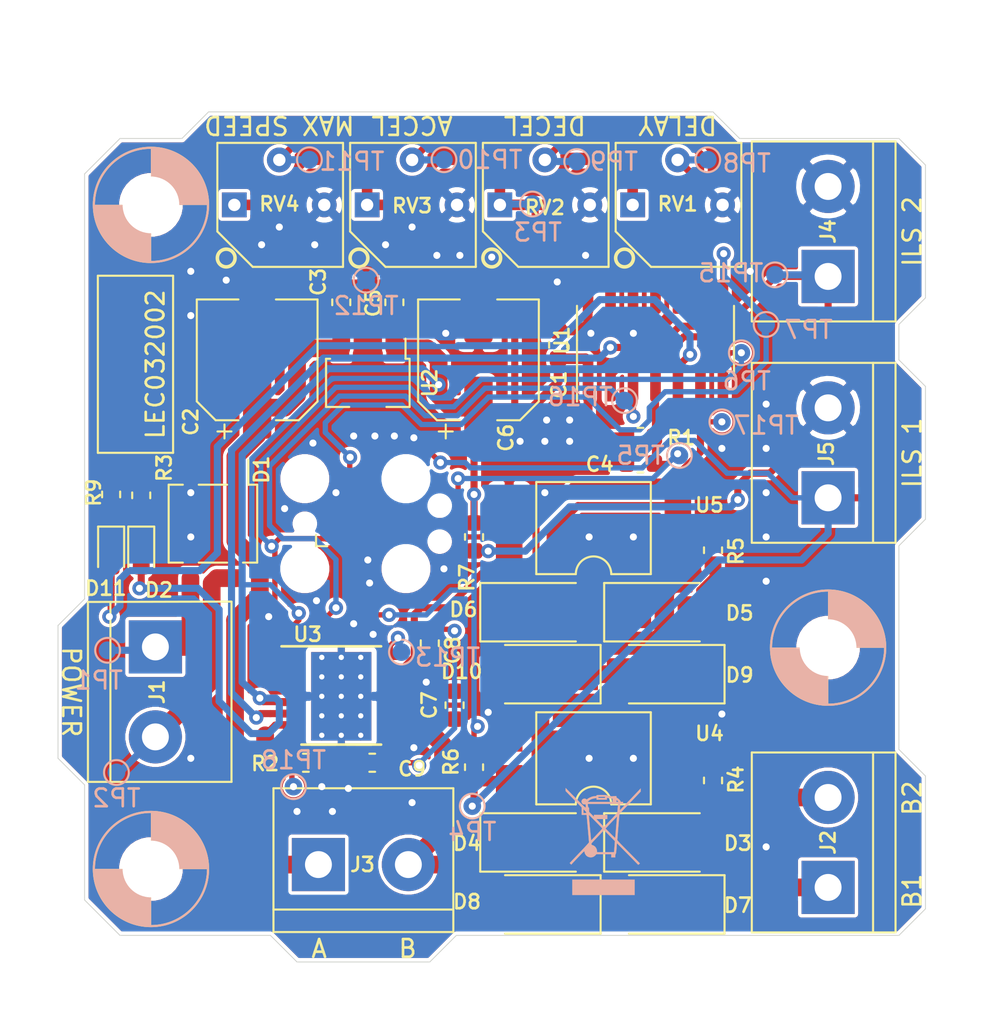
<source format=kicad_pcb>
(kicad_pcb (version 20211014) (generator pcbnew)
  (layers (0 "F.Cu" signal) (31 "B.Cu" signal) (34 "B.Paste" user) (35 "F.Paste" user) (36 "B.SilkS" user "B.Silkscreen") (37 "F.SilkS" user "F.Silkscreen") (38 "B.Mask" user) (39 "F.Mask" user) (44 "Edge.Cuts" user))
  (net 0 "")
  (net 1 "GND")
  (net 2 "+5V")
  (net 3 "Vdrive")
  (net 4 "/RESET")
  (net 5 "Net-(C7-Pad2)")
  (net 6 "Net-(C7-Pad1)")
  (net 7 "Net-(C8-Pad2)")
  (net 8 "Net-(D1-Pad4)")
  (net 9 "Net-(D1-Pad3)")
  (net 10 "Net-(D2-Pad1)")
  (net 11 "/TRACK_B_END1")
  (net 12 "Net-(D3-Pad1)")
  (net 13 "/TRACK_B")
  (net 14 "/TRACK_B_END2")
  (net 15 "Net-(D5-Pad1)")
  (net 16 "Net-(D7-Pad2)")
  (net 17 "Net-(D10-Pad1)")
  (net 18 "/TRACK_A")
  (net 19 "/ILS1-SCK")
  (net 20 "Net-(PROG1-Pad6)")
  (net 21 "Net-(PROG1-Pad4)")
  (net 22 "Net-(R2-Pad1)")
  (net 23 "Net-(R4-Pad2)")
  (net 24 "Net-(R5-Pad2)")
  (net 25 "/DELAY")
  (net 26 "/DECEL")
  (net 27 "/ACCEL")
  (net 28 "/MAX_SPEED")
  (net 29 "/MOTOR_CURRENT")
  (net 30 "/MOTOR_FAULT")
  (net 31 "Net-(TP13-Pad1)")
  (net 32 "/LED")
  (net 33 "Net-(D11-Pad1)")
  (net 34 "/ILS2")
  (net 35 "/MISO-M_EN")
  (net 36 "/MOSI-DIR")
  (footprint "Capacitor_SMD:C_0603_1608Metric" (layer "F.Cu") (at 185.75 86.65 90)
    (fp_text reference "C1")
    (fp_text value "100nF")
  )
  (footprint "Capacitor_SMD:CP_Elec_6.3x7.7" (layer "F.Cu") (at 168.75 87.5 90)
    (fp_text reference "C2")
    (fp_text value "100uF")
  )
  (footprint "Capacitor_SMD:C_0603_1608Metric" (layer "F.Cu") (at 173.5 84.25 90)
    (fp_text reference "C3")
    (fp_text value "100nF")
  )
  (footprint "Capacitor_SMD:C_0603_1608Metric" (layer "F.Cu") (at 190.4 93.35 180)
    (fp_text reference "C4")
    (fp_text value "DNP")
  )
  (footprint "Capacitor_SMD:C_0603_1608Metric" (layer "F.Cu") (at 176.5 84.25 90)
    (fp_text reference "C5")
    (fp_text value "100nF")
  )
  (footprint "Capacitor_SMD:CP_Elec_6.3x7.7" (layer "F.Cu") (at 181.25 87.5 90)
    (fp_text reference "C6")
    (fp_text value "100uF")
  )
  (footprint "Capacitor_SMD:C_0603_1608Metric" (layer "F.Cu") (at 179.9 107 90)
    (fp_text reference "C7")
    (fp_text value "100nF")
  )
  (footprint "Capacitor_SMD:C_0603_1608Metric" (layer "F.Cu") (at 178.5 103.5 -90)
    (fp_text reference "C8")
    (fp_text value "100nF")
  )
  (footprint "Capacitor_SMD:C_0603_1608Metric" (layer "F.Cu") (at 175.25 110.25 180)
    (fp_text reference "C9")
    (fp_text value "100nF")
  )
  (footprint "Package_TO_SOT_SMD:TO-269AA" (layer "F.Cu") (at 166.25 96.75 -90)
    (fp_text reference "D1")
    (fp_text value "MB10S")
  )
  (footprint "LED_SMD:LED_0603_1608Metric" (layer "F.Cu") (at 160.5 98.4 -90)
    (fp_text reference "D11")
    (fp_text value "LED_red")
  )
  (footprint "Diode_SMD:D_SMA" (layer "F.Cu") (at 191.75 114.75)
    (fp_text reference "D3")
    (fp_text value "M7")
  )
  (footprint "Diode_SMD:D_SMA" (layer "F.Cu") (at 184.75 114.75)
    (fp_text reference "D4")
    (fp_text value "M7")
  )
  (footprint "Diode_SMD:D_SMA" (layer "F.Cu") (at 191.75 101.75)
    (fp_text reference "D5")
    (fp_text value "M7")
  )
  (footprint "Diode_SMD:D_SMA" (layer "F.Cu") (at 184.75 101.75)
    (fp_text reference "D6")
    (fp_text value "M7")
  )
  (footprint "Diode_SMD:D_SMA" (layer "F.Cu") (at 191.75 118.25 180)
    (fp_text reference "D7")
    (fp_text value "M7")
  )
  (footprint "Diode_SMD:D_SMA" (layer "F.Cu") (at 184.75 118.25 180)
    (fp_text reference "D8")
    (fp_text value "M7")
  )
  (footprint "Diode_SMD:D_SMA" (layer "F.Cu") (at 191.75 105.25 180)
    (fp_text reference "D9")
    (fp_text value "M7")
  )
  (footprint "Diode_SMD:D_SMA" (layer "F.Cu") (at 184.75 105.25 180)
    (fp_text reference "D10")
    (fp_text value "M7")
  )
  (footprint "0_connectors:TerminalBlock_bornier-2_P5.08mm-green" (layer "F.Cu") (at 163 106.25 -90)
    (fp_text reference "J1")
    (fp_text value "Screw_Terminal_01x02_green")
  )
  (footprint "0_connectors:TerminalBlock_bornier-2_P5.08mm-blue" (layer "F.Cu") (at 201 114.75 90)
    (fp_text reference "J2")
    (fp_text value "Screw_Terminal_01x02_blue")
  )
  (footprint "0_connectors:TerminalBlock_bornier-2_P5.08mm-blue" (layer "F.Cu") (at 174.75 116)
    (fp_text reference "J3")
    (fp_text value "Screw_Terminal_01x02_blue")
  )
  (footprint "0_connectors:TerminalBlock_bornier-2_P5.08mm-blue" (layer "F.Cu") (at 201 80.25 90)
    (fp_text reference "J4")
    (fp_text value "Screw_Terminal_01x02_blue")
  )
  (footprint "0_connectors:TerminalBlock_bornier-2_P5.08mm-blue" (layer "F.Cu") (at 201 92.75 90)
    (fp_text reference "J5")
    (fp_text value "Screw_Terminal_01x02_blue")
  )
  (footprint "0_logos:Logo_10mm" (layer "F.Cu") (at 161 87.75 90)
    (fp_text reference "LOGO1" hide)
    (fp_text value "logo_lectix_25mm" hide)
  )
  (footprint "Connector:Tag-Connect_TC2050-IDC-FP_2x05_P1.27mm_Vertical" (layer "F.Cu") (at 175.25 96.75)
    (fp_text reference "PROG1" hide)
    (fp_text value "LECTIX_PROG_PORT")
  )
  (footprint "Resistor_SMD:R_0603_1608Metric" (layer "F.Cu") (at 190.4 91.85)
    (fp_text reference "R1")
    (fp_text value "10k")
  )
  (footprint "Resistor_SMD:R_0603_1608Metric" (layer "F.Cu") (at 171.5 110.25)
    (fp_text reference "R2")
    (fp_text value "10k")
  )
  (footprint "Resistor_SMD:R_0603_1608Metric" (layer "F.Cu") (at 162.2 95.15 90)
    (fp_text reference "R3")
    (fp_text value "10k")
  )
  (footprint "Resistor_SMD:R_0603_1608Metric" (layer "F.Cu") (at 194.5 111.25 90)
    (fp_text reference "R4")
    (fp_text value "27R")
  )
  (footprint "Resistor_SMD:R_0603_1608Metric" (layer "F.Cu") (at 194.5 98.25 90)
    (fp_text reference "R5")
    (fp_text value "27R")
  )
  (footprint "Resistor_SMD:R_0603_1608Metric" (layer "F.Cu") (at 181 110.5 -90)
    (fp_text reference "R6")
    (fp_text value "100k")
  )
  (footprint "Resistor_SMD:R_0603_1608Metric" (layer "F.Cu") (at 181 97.5 -90)
    (fp_text reference "R7")
    (fp_text value "100k")
  )
  (footprint "0_potentiometers:BOURNS-3362P_pot" (layer "F.Cu") (at 192.5 78.75)
    (fp_text reference "RV1")
    (fp_text value "pot_smd_100k_3362P")
  )
  (footprint "0_potentiometers:BOURNS-3362P_pot" (layer "F.Cu") (at 185 78.75)
    (fp_text reference "RV2")
    (fp_text value "pot_smd_100k_3362P")
  )
  (footprint "0_potentiometers:BOURNS-3362P_pot" (layer "F.Cu") (at 177.5 78.75)
    (fp_text reference "RV3")
    (fp_text value "pot_smd_100k_3362P")
  )
  (footprint "Package_SO:SOIC-14_3.9x8.7mm_P1.27mm" (layer "F.Cu") (at 191.25 86.4 90)
    (fp_text reference "U1")
    (fp_text value "ATtiny24A-SSU")
  )
  (footprint "Package_TO_SOT_SMD:SOT-89-3" (layer "F.Cu") (at 175 88.5 -90)
    (fp_text reference "U2")
    (fp_text value "78L05G-AB3-R")
  )
  (footprint "Package_SO:HTSSOP-16-1EP_4.4x5mm_P0.65mm_EP3.4x5mm_Mask3x3mm_ThermalVias" (layer "F.Cu") (at 173.5 106.5)
    (fp_text reference "U3")
    (fp_text value "MP6515")
  )
  (footprint "Package_DIP:SMDIP-4_W9.53mm_Clearance8mm" (layer "F.Cu") (at 187.75 110 180)
    (fp_text reference "U4")
    (fp_text value "LTV-814S-TA1")
  )
  (footprint "Package_DIP:SMDIP-4_W9.53mm_Clearance8mm" (layer "F.Cu") (at 187.75 97 180)
    (fp_text reference "U5")
    (fp_text value "LTV-814S-TA1")
  )
  (footprint "0_mechanical:MountingHole_3.2mm_M3" (layer "F.Cu") (at 162.75 116.25)
    (fp_text reference "H3" hide)
    (fp_text value "MountingHole" hide)
  )
  (footprint "0_mechanical:MountingHole_3.2mm_M3" (layer "F.Cu") (at 162.75 78.75)
    (fp_text reference "H1" hide)
    (fp_text value "MountingHole" hide)
  )
  (footprint "0_mechanical:MountingHole_3.2mm_M3" (layer "F.Cu") (at 201 103.75)
    (fp_text reference "H2" hide)
    (fp_text value "MountingHole" hide)
  )
  (footprint "0_potentiometers:BOURNS-3362P_pot" (layer "F.Cu") (at 170 78.75)
    (fp_text reference "RV4")
    (fp_text value "pot_smd_100k_3362P")
  )
  (footprint "LED_SMD:LED_0603_1608Metric" (layer "F.Cu") (at 162.2 98.4 -90)
    (fp_text reference "D2")
    (fp_text value "LED_green")
  )
  (footprint "Resistor_SMD:R_0603_1608Metric" (layer "F.Cu") (at 160.5 95.1 90)
    (fp_text reference "R9")
    (fp_text value "10k")
  )
  (footprint "TestPoint:TestPoint_Pad_D1.0mm" (layer "B.Cu") (at 160.3 103.9)
    (fp_text reference "TP1")
    (fp_text value "TestPoint_Probe")
  )
  (footprint "TestPoint:TestPoint_Pad_D1.0mm" (layer "B.Cu") (at 160.8 110.8)
    (fp_text reference "TP2")
    (fp_text value "TestPoint_Probe")
  )
  (footprint "TestPoint:TestPoint_Pad_D1.0mm" (layer "B.Cu") (at 184.3 78.7)
    (fp_text reference "TP3")
    (fp_text value "TestPoint_Probe")
  )
  (footprint "TestPoint:TestPoint_Pad_D1.0mm" (layer "B.Cu") (at 180.9 112.7)
    (fp_text reference "TP4")
    (fp_text value "TestPoint_Probe")
  )
  (footprint "TestPoint:TestPoint_Pad_D1.0mm" (layer "B.Cu") (at 192.6 92.9)
    (fp_text reference "TP5")
    (fp_text value "TestPoint_Probe")
  )
  (footprint "TestPoint:TestPoint_Pad_D1.0mm" (layer "B.Cu") (at 196.1 87.1)
    (fp_text reference "TP6")
    (fp_text value "TestPoint_Probe")
  )
  (footprint "TestPoint:TestPoint_Pad_D1.0mm" (layer "B.Cu") (at 197.5 85.5)
    (fp_text reference "TP7")
    (fp_text value "TestPoint_Probe")
  )
  (footprint "TestPoint:TestPoint_Pad_D1.0mm" (layer "B.Cu") (at 194.2 76.2)
    (fp_text reference "TP8")
    (fp_text value "TestPoint_Probe")
  )
  (footprint "TestPoint:TestPoint_Pad_D1.0mm" (layer "B.Cu") (at 186.8 76.3)
    (fp_text reference "TP9")
    (fp_text value "TestPoint_Probe")
  )
  (footprint "TestPoint:TestPoint_Pad_D1.0mm" (layer "B.Cu") (at 179.3 76.2)
    (fp_text reference "TP10")
    (fp_text value "TestPoint_Probe")
  )
  (footprint "TestPoint:TestPoint_Pad_D1.0mm" (layer "B.Cu") (at 171.7 76.2)
    (fp_text reference "TP11")
    (fp_text value "TestPoint_Probe")
  )
  (footprint "TestPoint:TestPoint_Pad_D1.0mm" (layer "B.Cu") (at 174.9 83)
    (fp_text reference "TP12")
    (fp_text value "TestPoint_Probe")
  )
  (footprint "TestPoint:TestPoint_Pad_D1.0mm" (layer "B.Cu") (at 176.9 104)
    (fp_text reference "TP13")
    (fp_text value "TestPoint_Probe")
  )
  (footprint "TestPoint:TestPoint_Pad_D1.0mm" (layer "B.Cu") (at 189.5 89.8)
    (fp_text reference "TP16")
    (fp_text value "TestPoint_Probe")
  )
  (footprint "TestPoint:TestPoint_Pad_D1.0mm" (layer "B.Cu") (at 195 91)
    (fp_text reference "TP17")
    (fp_text value "TestPoint_Probe")
  )
  (footprint "TestPoint:TestPoint_Pad_D1.0mm" (layer "B.Cu") (at 170.8 111.6)
    (fp_text reference "TP18")
    (fp_text value "TestPoint_Probe")
  )
  (footprint "TestPoint:TestPoint_Pad_D1.0mm" (layer "B.Cu") (at 198 82.7)
    (fp_text reference "TP15")
    (fp_text value "TestPoint_Probe")
  )
  (footprint "Symbol:WEEE-Logo_4.2x6mm_SilkScreen" (layer "B.Cu") (at 188.3 114.7 180)
    (fp_text reference "REF**" hide)
    (fp_text value "WEEE-Logo_4.2x6mm_SilkScreen" hide)
  )
  (gr_line (start 159.75 82.75) (end 159.75 92.75) (layer "F.SilkS") (width 0.12))
  (gr_line (start 159.75 92.75) (end 164 92.75) (layer "F.SilkS") (width 0.12))
  (gr_line (start 164 92.75) (end 164 82.75) (layer "F.SilkS") (width 0.12))
  (gr_line (start 164 82.75) (end 159.75 82.75) (layer "F.SilkS") (width 0.12))
  (gr_line (start 180 120) (end 205 120) (layer "Edge.Cuts") (width 0.05))
  (gr_line (start 169.5 120) (end 161 120) (layer "Edge.Cuts") (width 0.05))
  (gr_line (start 206.5 76.5) (end 205 75) (layer "Edge.Cuts") (width 0.05))
  (gr_line (start 205 98) (end 205 109.5) (layer "Edge.Cuts") (width 0.05))
  (gr_line (start 161 75) (end 164.5 75) (layer "Edge.Cuts") (width 0.05))
  (gr_line (start 205 120) (end 206.5 118.5) (layer "Edge.Cuts") (width 0.05))
  (gr_line (start 159 118) (end 161 120) (layer "Edge.Cuts") (width 0.05))
  (gr_line (start 178.5 121.5) (end 180 120) (layer "Edge.Cuts") (width 0.05))
  (gr_line (start 159 77) (end 159 101) (layer "Edge.Cuts") (width 0.05))
  (gr_line (start 169.5 120) (end 171 121.5) (layer "Edge.Cuts") (width 0.05))
  (gr_line (start 205 85.5) (end 206.5 84) (layer "Edge.Cuts") (width 0.05))
  (gr_line (start 194.5 73.5) (end 166 73.5) (layer "Edge.Cuts") (width 0.05))
  (gr_line (start 157.5 102.5) (end 157.5 110) (layer "Edge.Cuts") (width 0.05))
  (gr_line (start 157.5 110) (end 159 111.5) (layer "Edge.Cuts") (width 0.05))
  (gr_line (start 159 77) (end 161 75) (layer "Edge.Cuts") (width 0.05))
  (gr_line (start 206.5 96.5) (end 206.5 89) (layer "Edge.Cuts") (width 0.05))
  (gr_line (start 205 98) (end 206.5 96.5) (layer "Edge.Cuts") (width 0.05))
  (gr_line (start 166 73.5) (end 164.5 75) (layer "Edge.Cuts") (width 0.05))
  (gr_line (start 159 111.5) (end 159 118) (layer "Edge.Cuts") (width 0.05))
  (gr_line (start 205 87.5) (end 205 85.5) (layer "Edge.Cuts") (width 0.05))
  (gr_line (start 205 75) (end 196 75) (layer "Edge.Cuts") (width 0.05))
  (gr_line (start 206.5 111) (end 205 109.5) (layer "Edge.Cuts") (width 0.05))
  (gr_line (start 196 75) (end 194.5 73.5) (layer "Edge.Cuts") (width 0.05))
  (gr_line (start 206.5 118.5) (end 206.5 111) (layer "Edge.Cuts") (width 0.05))
  (gr_line (start 206.5 89) (end 205 87.5) (layer "Edge.Cuts") (width 0.05))
  (gr_line (start 159 101) (end 157.5 102.5) (layer "Edge.Cuts") (width 0.05))
  (gr_line (start 171 121.5) (end 178.5 121.5) (layer "Edge.Cuts") (width 0.05))
  (gr_line (start 206.5 84) (end 206.5 76.5) (layer "Edge.Cuts") (width 0.05))
  (gr_text "DELAY" (at 192.5 74.25 180) (layer "F.SilkS") (effects (font (size 1 1))))
  (gr_text "B2" (at 205.75 112.25 90) (layer "F.SilkS") (effects (font (size 1 1))))
  (gr_text "POWER" (at 158.25 106.25 -90) (layer "F.SilkS") (effects (font (size 1 1))))
  (gr_text "B1" (at 205.75 117.5 90) (layer "F.SilkS") (effects (font (size 1 1))))
  (gr_text "LEC032002" (at 163 87.75 90) (layer "F.SilkS") (effects (font (size 1 1))))
  (gr_text "B" (at 177.25 120.75) (layer "F.SilkS") (effects (font (size 1 1))))
  (gr_text "ILS 1" (at 205.75 92.75 90) (layer "F.SilkS") (effects (font (size 1 1))))
  (gr_text "A" (at 172.25 120.75) (layer "F.SilkS") (effects (font (size 1 1))))
  (gr_text "ILS 2" (at 205.75 80.25 90) (layer "F.SilkS") (effects (font (size 1 1))))
  (gr_text "MAX SPEED" (at 170 74.25 180) (layer "F.SilkS") (effects (font (size 1 1))))
  (gr_text "DECEL" (at 185 74.25 180) (layer "F.SilkS") (effects (font (size 1 1))))
  (gr_text "ACCEL" (at 177.5 74.25 180) (layer "F.SilkS") (effects (font (size 1 1))))
  (segment (start 164.98 91.52) (end 166 90.5) (width 1) (layer "F.Cu") (net 1))
  (segment (start 164.98 93.675) (end 164.98 91.52) (width 1) (layer "F.Cu") (net 1))
  (segment (start 186.225 83.925) (end 185.75 84.4) (width 0.4) (layer "F.Cu") (net 1))
  (segment (start 173.5 106.5) (end 173.5 103.2) (width 0.4) (layer "F.Cu") (net 1))
  (segment (start 175.0375 83.4625) (end 176.5 83.4625) (width 1) (layer "F.Cu") (net 1))
  (segment (start 166 86) (end 167.2 84.8) (width 1) (layer "F.Cu") (net 1))
  (segment (start 179.8 84.8) (end 181.25 84.8) (width 1) (layer "F.Cu") (net 1))
  (segment (start 169.659002 106.175) (end 169.284002 105.8) (width 0.4) (layer "F.Cu") (net 1))
  (segment (start 175 86.9375) (end 175 83.5) (width 1) (layer "F.Cu") (net 1))
  (segment (start 168.5 105.4) (end 168.5 102.9) (width 0.4) (layer "F.Cu") (net 1))
  (segment (start 173.500001 111.300001) (end 173.9 111.7) (width 0.4) (layer "F.Cu") (net 1))
  (segment (start 173.5 83.4625) (end 175.0375 83.4625) (width 1) (layer "F.Cu") (net 1))
  (segment (start 168.5 102.9) (end 169.4 102) (width 0.4) (layer "F.Cu") (net 1))
  (segment (start 166 90.5) (end 166 86) (width 1) (layer "F.Cu") (net 1))
  (segment (start 176.5 83.4625) (end 178.4625 83.4625) (width 1) (layer "F.Cu") (net 1))
  (segment (start 170.725 106.175) (end 169.659002 106.175) (width 0.4) (layer "F.Cu") (net 1))
  (segment (start 167.2 84.8) (end 168.75 84.8) (width 1) (layer "F.Cu") (net 1))
  (segment (start 173.5 106.5) (end 173.500001 111.300001) (width 0.4) (layer "F.Cu") (net 1))
  (segment (start 168.9 105.8) (end 168.5 105.4) (width 0.4) (layer "F.Cu") (net 1))
  (segment (start 181.8 107.545) (end 182.985 108.73) (width 0.4) (layer "F.Cu") (net 1))
  (segment (start 169.284002 105.8) (end 168.9 105.8) (width 0.4) (layer "F.Cu") (net 1))
  (segment (start 181.8 107.4) (end 181.8 107.545) (width 0.4) (layer "F.Cu") (net 1))
  (segment (start 176.275 106.175) (end 177.825 106.175) (width 0.4) (layer "F.Cu") (net 1))
  (segment (start 185.75 84.4) (end 185.75 85.8625) (width 0.4) (layer "F.Cu") (net 1))
  (segment (start 175 83.5) (end 175.0375 83.4625) (width 1) (layer "F.Cu") (net 1))
  (segment (start 187.44 83.925) (end 186.225 83.925) (width 0.4) (layer "F.Cu") (net 1))
  (segment (start 171.5375 83.4625) (end 173.5 83.4625) (width 1) (layer "F.Cu") (net 1))
  (segment (start 178.4625 83.4625) (end 179.8 84.8) (width 1) (layer "F.Cu") (net 1))
  (segment (start 177.825 106.175) (end 178.3 105.7) (width 0.4) (layer "F.Cu") (net 1))
  (segment (start 168.75 84.8) (end 170.2 84.8) (width 1) (layer "F.Cu") (net 1))
  (segment (start 170.2 84.8) (end 171.5375 83.4625) (width 1) (layer "F.Cu") (net 1))
  (via (at 165 82.5) (size 0.8) (drill 0.4) (layers "F.Cu" "B.Cu") (net 1))
  (via (at 173.2 95) (size 0.8) (drill 0.4) (layers "F.Cu" "B.Cu") (net 1))
  (via (at 173.9 111.7) (size 0.8) (drill 0.4) (layers "F.Cu" "B.Cu") (net 1))
  (via (at 197.5 115) (size 0.8) (drill 0.4) (layers "F.Cu" "B.Cu") (net 1))
  (via (at 187.5 97.5) (size 0.8) (drill 0.4) (layers "F.Cu" "B.Cu") (net 1))
  (via (at 197.5 95) (size 0.8) (drill 0.4) (layers "F.Cu" "B.Cu") (net 1))
  (via (at 176 81) (size 0.8) (drill 0.4) (layers "F.Cu" "B.Cu") (net 1))
  (via (at 174.2 102.4) (size 0.8) (drill 0.4) (layers "F.Cu" "B.Cu") (net 1))
  (via (at 178.9 81.6) (size 0.8) (drill 0.4) (layers "F.Cu" "B.Cu") (net 1))
  (via (at 181.8 107.4) (size 0.8) (drill 0.4) (layers "F.Cu" "B.Cu") (net 1))
  (via (at 165 110) (size 0.8) (drill 0.4) (layers "F.Cu" "B.Cu") (net 1))
  (via (at 177.5 112.5) (size 0.8) (drill 0.4) (layers "F.Cu" "B.Cu") (net 1))
  (via (at 190 110) (size 0.8) (drill 0.4) (layers "F.Cu" "B.Cu") (net 1))
  (via (at 185.7 83.1) (size 0.8) (drill 0.4) (layers "F.Cu" "B.Cu") (net 1))
  (via (at 197.5 97.5) (size 0.8) (drill 0.4) (layers "F.Cu" "B.Cu") (net 1))
  (via (at 185.1 90.9) (size 0.8) (drill 0.4) (layers "F.Cu" "B.Cu") (net 1))
  (via (at 171.9 92.2) (size 0.8) (drill 0.4) (layers "F.Cu" "B.Cu") (net 1))
  (via (at 173 113) (size 0.8) (drill 0.4) (layers "F.Cu" "B.Cu") (net 1))
  (via (at 175 98.8) (size 0.8) (drill 0.4) (layers "F.Cu" "B.Cu") (net 1))
  (via (at 165 97.5) (size 0.8) (drill 0.4) (layers "F.Cu" "B.Cu") (net 1))
  (via (at 187.3 81.6) (size 0.8) (drill 0.4) (layers "F.Cu" "B.Cu") (net 1))
  (via (at 165 85) (size 0.8) (drill 0.4) (layers "F.Cu" "B.Cu") (net 1))
  (via (at 185 95) (size 0.8) (drill 0.4) (layers "F.Cu" "B.Cu") (net 1))
  (via (at 186.4 92.1) (size 0.8) (drill 0.4) (layers "F.Cu" "B.Cu") (net 1))
  (via (at 185 92.1) (size 0.8) (drill 0.4) (layers "F.Cu" "B.Cu") (net 1))
  (via (at 176.5 91.8) (size 0.8) (drill 0.4) (layers "F.Cu" "B.Cu") (net 1))
  (via (at 195 92.5) (size 0.8) (drill 0.4) (layers "F.Cu" "B.Cu") (net 1))
  (via (at 179.4 86) (size 0.8) (drill 0.4) (layers "F.Cu" "B.Cu") (net 1))
  (via (at 182 81.7) (size 0.8) (drill 0.4) (layers "F.Cu" "B.Cu") (net 1))
  (via (at 175.3 103) (size 0.8) (drill 0.4) (layers "F.Cu" "B.Cu") (net 1))
  (via (at 197.5 92.5) (size 0.8) (drill 0.4) (layers "F.Cu" "B.Cu") (net 1))
  (via (at 179.3 99.3) (size 0.8) (drill 0.4) (layers "F.Cu" "B.Cu") (net 1))
  (via (at 187.5 110) (size 0.8) (drill 0.4) (layers "F.Cu" "B.Cu") (net 1))
  (via (at 170.3 95.9) (size 0.8) (drill 0.4) (layers "F.Cu" "B.Cu") (net 1))
  (via (at 195 107.5) (size 0.8) (drill 0.4) (layers "F.Cu" "B.Cu") (net 1))
  (via (at 172 81) (size 0.8) (drill 0.4) (layers "F.Cu" "B.Cu") (net 1))
  (via (at 190 86) (size 0.8) (drill 0.4) (layers "F.Cu" "B.Cu") (net 1))
  (via (at 177.5 80) (size 0.8) (drill 0.4) (layers "F.Cu" "B.Cu") (net 1))
  (via (at 177.6 91.9) (size 0.8) (drill 0.4) (layers "F.Cu" "B.Cu") (net 1))
  (via (at 174.2 91.8) (size 0.8) (drill 0.4) (layers "F.Cu" "B.Cu") (net 1))
  (via (at 196.6 82.5) (size 0.8) (drill 0.4) (layers "F.Cu" "B.Cu") (net 1))
  (via (at 175.4 91.8) (size 0.8) (drill 0.4) (layers "F.Cu" "B.Cu") (net 1))
  (via (at 167 83) (size 0.8) (drill 0.4) (layers "F.Cu" "B.Cu") (net 1))
  (via (at 177.6 109.4) (size 0.8) (drill 0.4) (layers "F.Cu" "B.Cu") (net 1))
  (via (at 170 80) (size 0.8) (drill 0.4) (layers "F.Cu" "B.Cu") (net 1))
  (via (at 178.3 105.7) (size 0.8) (drill 0.4) (layers "F.Cu" "B.Cu") (net 1))
  (via (at 186.4 90.9) (size 0.8) (drill 0.4) (layers "F.Cu" "B.Cu") (net 1))
  (via (at 180.2 81.6) (size 0.8) (drill 0.4) (layers "F.Cu" "B.Cu") (net 1))
  (via (at 187.6 86) (size 0.8) (drill 0.4) (layers "F.Cu" "B.Cu") (net 1))
  (via (at 197.5 90) (size 0.8) (drill 0.4) (layers "F.Cu" "B.Cu") (net 1))
  (via (at 190 97.5) (size 0.8) (drill 0.4) (layers "F.Cu" "B.Cu") (net 1))
  (via (at 169.4 102) (size 0.8) (drill 0.4) (layers "F.Cu" "B.Cu") (net 1))
  (via (at 197.5 100) (size 0.8) (drill 0.4) (layers "F.Cu" "B.Cu") (net 1))
  (via (at 172.1 101.1) (size 0.8) (drill 0.4) (layers "F.Cu" "B.Cu") (net 1))
  (via (at 172.4 111.6) (size 0.8) (drill 0.4) (layers "F.Cu" "B.Cu") (net 1))
  (via (at 171 113) (size 0.8) (drill 0.4) (layers "F.Cu" "B.Cu") (net 1))
  (via (at 183.6 92.1) (size 0.8) (drill 0.4) (layers "F.Cu" "B.Cu") (net 1))
  (via (at 175.1 100.1) (size 0.8) (drill 0.4) (layers "F.Cu" "B.Cu") (net 1))
  (via (at 165 95) (size 0.8) (drill 0.4) (layers "F.Cu" "B.Cu") (net 1))
  (via (at 169 81) (size 0.8) (drill 0.4) (layers "F.Cu" "B.Cu") (net 1))
  (segment (start 173.5 106.5) (end 171.4 106.5) (width 0.4) (layer "B.Cu") (net 1))
  (segment (start 173.5 106.5) (end 173.5 103.5) (width 0.4) (layer "B.Cu") (net 1))
  (segment (start 173.5 106.5) (end 173.5 109.7) (width 0.4) (layer "B.Cu") (net 1))
  (segment (start 173.5 106.5) (end 175.6 106.5) (width 0.4) (layer "B.Cu") (net 1))
  (segment (start 183.3 81.2) (end 184.45 80.05) (width 0.4) (layer "F.Cu") (net 2))
  (segment (start 181 109.7125) (end 181 108.4) (width 0.3) (layer "F.Cu") (net 2))
  (segment (start 175.4 101.9) (end 176.2 101.9) (width 0.3) (layer "F.Cu") (net 2))
  (segment (start 185.75 87.4375) (end 187.2875 87.4375) (width 0.6) (layer "F.Cu") (net 2))
  (segment (start 170 78.75) (end 171.75 77) (width 0.6) (layer "F.Cu") (net 2))
  (segment (start 167.46 78.75) (end 170 78.75) (width 0.6) (layer "F.Cu") (net 2))
  (segment (start 174.8 101.3) (end 175.4 101.9) (width 0.3) (layer "F.Cu") (net 2))
  (segment (start 178.35 86.85) (end 179 87.5) (width 1) (layer "F.Cu") (net 2))
  (segment (start 168.9 106.6) (end 169.100001 106.800001) (width 0.4) (layer "F.Cu") (net 2))
  (segment (start 186.75 77) (end 189.5 77) (width 0.6) (layer "F.Cu") (net 2))
  (segment (start 171.75 77) (end 174.25 77) (width 0.6) (layer "F.Cu") (net 2))
  (segment (start 187.2875 87.4375) (end 187.44 87.59) (width 0.6) (layer "F.Cu") (net 2))
  (segment (start 182.46 77.46) (end 182.46 78.75) (width 0.6) (layer "F.Cu") (net 2))
  (segment (start 176.5 85.0375) (end 176.5 86.85) (width 1) (layer "F.Cu") (net 2))
  (segment (start 177.5 78.75) (end 179.25 77) (width 0.6) (layer "F.Cu") (net 2))
  (segment (start 170.650001 106.800001) (end 170.675 106.825) (width 0.4) (layer "F.Cu") (net 2))
  (segment (start 171.1 102.2) (end 171.1 101.8) (width 0.3) (layer "F.Cu") (net 2))
  (segment (start 184.45 80.05) (end 184.45 78.75) (width 0.4) (layer "F.Cu") (net 2))
  (segment (start 173.98 100.48) (end 174.8 101.3) (width 0.3) (layer "F.Cu") (net 2))
  (segment (start 183.3 90.2) (end 184.3 90.2) (width 0.5) (layer "F.Cu") (net 2))
  (segment (start 174.96 77.71) (end 174.96 78.75) (width 0.6) (layer "F.Cu") (net 2))
  (segment (start 183.3 90.2) (end 183.3 81.2) (width 0.4) (layer "F.Cu") (net 2))
  (segment (start 182 77) (end 182.46 77.46) (width 0.6) (layer "F.Cu") (net 2))
  (segment (start 188.25 91.85) (end 187.44 91.04) (width 0.5) (layer "F.Cu") (net 2))
  (segment (start 162.2 99.1875) (end 162.2 100.2) (width 0.4) (layer "F.Cu") (net 2))
  (segment (start 187.44 91.04) (end 187.44 88.875) (width 0.5) (layer "F.Cu") (net 2))
  (segment (start 162 100.3) (end 162.1 100.4) (width 0.4) (layer "F.Cu") (net 2))
  (segment (start 179.25 77) (end 182 77) (width 0.6) (layer "F.Cu") (net 2))
  (segment (start 184.3 90.2) (end 185.75 88.75) (width 0.5) (layer "F.Cu") (net 2))
  (segment (start 170.725 104.875) (end 169.9 104.875) (width 0.3) (layer "F.Cu") (net 2))
  (segment (start 187.44 87.59) (end 187.44 88.875) (width 0.6) (layer "F.Cu") (net 2))
  (segment (start 174.96 78.75) (end 177.5 78.75) (width 0.6) (layer "F.Cu") (net 2))
  (segment (start 169.9 104.875) (end 169.6 104.575) (width 0.3) (layer "F.Cu") (net 2))
  (segment (start 179 88.9) (end 179 89.5) (width 1) (layer "F.Cu") (net 2))
  (segment (start 176.5 86.85) (end 178.35 86.85) (width 1) (layer "F.Cu") (net 2))
  (segment (start 181 90.45) (end 181.25 90.2) (width 0.4) (layer "F.Cu") (net 2))
  (segment (start 189.96 77.46) (end 189.96 78.75) (width 0.6) (layer "F.Cu") (net 2))
  (segment (start 181 108.4) (end 181.2 108.2) (width 0.3) (layer "F.Cu") (net 2))
  (segment (start 189.5 77) (end 189.96 77.46) (width 0.6) (layer "F.Cu") (net 2))
  (segment (start 170.675 106.825) (end 170.725 106.825) (width 0.4) (layer "F.Cu") (net 2))
  (segment (start 173.98 97.385) (end 173.98 100.48) (width 0.3) (layer "F.Cu") (net 2))
  (segment (start 169.6 104.575) (end 169.6 103.7) (width 0.3) (layer "F.Cu") (net 2))
  (segment (start 189.6125 91.85) (end 188.25 91.85) (width 0.5) (layer "F.Cu") (net 2))
  (segment (start 181.25 90.2) (end 183.3 90.2) (width 0.5) (layer "F.Cu") (net 2))
  (segment (start 169.6 103.7) (end 171.1 102.2) (width 0.3) (layer "F.Cu") (net 2))
  (segment (start 185 78.75) (end 186.75 77) (width 0.6) (layer "F.Cu") (net 2))
  (segment (start 182.46 78.75) (end 184.45 78.75) (width 0.6) (layer "F.Cu") (net 2))
  (segment (start 181 96.7125) (end 181 95.1) (width 0.4) (layer "F.Cu") (net 2))
  (segment (start 179 87.5) (end 179 88.9) (width 1) (layer "F.Cu") (net 2))
  (segment (start 179 89.5) (end 179.7 90.2) (width 1) (layer "F.Cu") (net 2))
  (segment (start 169.100001 106.800001) (end 170.650001 106.800001) (width 0.4) (layer "F.Cu") (net 2))
  (segment (start 181 95.1) (end 181 90.45) (width 0.4) (layer "F.Cu") (net 2))
  (segment (start 179.7 90.2) (end 181.25 90.2) (width 1) (layer "F.Cu") (net 2))
  (segment (start 185.75 88.75) (end 185.75 87.4375) (width 0.5) (layer "F.Cu") (net 2))
  (segment (start 184.45 78.75) (end 185 78.75) (width 0.6) (layer "F.Cu") (net 2))
  (segment (start 174.25 77) (end 174.96 77.71) (width 0.6) (layer "F.Cu") (net 2))
  (via (at 171.1 101.8) (size 0.8) (drill 0.4) (layers "F.Cu" "B.Cu") (net 2))
  (via (at 181.2 108.2) (size 0.8) (drill 0.4) (layers "F.Cu" "B.Cu") (net 2))
  (via (at 176.2 101.9) (size 0.8) (drill 0.4) (layers "F.Cu" "B.Cu") (net 2))
  (via (at 162.1 100.4) (size 0.8) (drill 0.4) (layers "F.Cu" "B.Cu") (net 2))
  (via (at 181 95.1) (size 0.8) (drill 0.4) (layers "F.Cu" "B.Cu") (net 2))
  (via (at 168.9 106.6) (size 0.8) (drill 0.4) (layers "F.Cu" "B.Cu") (net 2))
  (via (at 179 88.9) (size 0.8) (drill 0.4) (layers "F.Cu" "B.Cu") (net 2))
  (segment (start 166.6 106.784002) (end 166.6 101.6) (width 0.4) (layer "B.Cu") (net 2))
  (segment (start 176.2 101.9) (end 178.3 101.9) (width 0.3) (layer "B.Cu") (net 2))
  (segment (start 179.7 100.5) (end 181 100.5) (width 0.3) (layer "B.Cu") (net 2))
  (segment (start 171.1 101.8) (end 169.499995 100.199995) (width 0.3) (layer "B.Cu") (net 2))
  (segment (start 167.90001 92.848532) (end 172.748542 88) (width 0.4) (layer "B.Cu") (net 2))
  (segment (start 165.4 100.4) (end 162.1 100.4) (width 0.4) (layer "B.Cu") (net 2))
  (segment (start 166.6 101.6) (end 165.4 100.4) (width 0.4) (layer "B.Cu") (net 2))
  (segment (start 168.9 106.6) (end 167.9 105.7) (width 0.4) (layer "B.Cu") (net 2))
  (segment (start 167.900005 100.199995) (end 167.90001 92.848532) (width 0.4) (layer "B.Cu") (net 2))
  (segment (start 181 95.1) (end 181 100.5) (width 0.3) (layer "B.Cu") (net 2))
  (segment (start 167.9 105.7) (end 167.900005 100.199995) (width 0.4) (layer "B.Cu") (net 2))
  (segment (start 168.9 106.6) (end 169.8 106.6) (width 0.4) (layer "B.Cu") (net 2))
  (segment (start 184.3 78.7) (end 182.51 78.7) (width 0.4) (layer "B.Cu") (net 2))
  (segment (start 181 100.5) (end 181 108) (width 0.3) (layer "B.Cu") (net 2))
  (segment (start 178.3 101.9) (end 179.7 100.5) (width 0.3) (layer "B.Cu") (net 2))
  (segment (start 178.1 88) (end 179 88.9) (width 0.4) (layer "B.Cu") (net 2))
  (segment (start 169.8 106.6) (end 170 106.8) (width 0.4) (layer "B.Cu") (net 2))
  (segment (start 168.415998 108.6) (end 166.6 106.784002) (width 0.4) (layer "B.Cu") (net 2))
  (segment (start 182.51 78.7) (end 182.46 78.75) (width 0.4) (layer "B.Cu") (net 2))
  (segment (start 170 108) (end 169.4 108.6) (width 0.4) (layer "B.Cu") (net 2))
  (segment (start 172.748542 88) (end 178.1 88) (width 0.4) (layer "B.Cu") (net 2))
  (segment (start 169.4 108.6) (end 168.415998 108.6) (width 0.4) (layer "B.Cu") (net 2))
  (segment (start 181 108) (end 181.2 108.2) (width 0.3) (layer "B.Cu") (net 2))
  (segment (start 170 106.8) (end 170 108) (width 0.4) (layer "B.Cu") (net 2))
  (segment (start 169.499995 100.199995) (end 167.900005 100.199995) (width 0.3) (layer "B.Cu") (net 2))
  (segment (start 167.52 93.675) (end 167.52 97.72) (width 1) (layer "F.Cu") (net 3))
  (segment (start 173.5 85.0375) (end 173.5 86.85) (width 1) (layer "F.Cu") (net 3))
  (segment (start 167.54999 116.79999) (end 169.5 118.75) (width 1) (layer "F.Cu") (net 3))
  (segment (start 167.5 115) (end 167.54999 115.04999) (width 1) (layer "F.Cu") (net 3))
  (segment (start 171.65 86.85) (end 171 87.5) (width 1) (layer "F.Cu") (net 3))
  (segment (start 171 87.5) (end 171 89.5) (width 1) (layer "F.Cu") (net 3))
  (segment (start 169.5 118.75) (end 174 118.75) (width 1) (layer "F.Cu") (net 3))
  (segment (start 174.75 113) (end 176.0375 111.7125) (width 1) (layer "F.Cu") (net 3))
  (segment (start 178.5 102.7125) (end 179.8125 102.7125) (width 0.3) (layer "F.Cu") (net 3))
  (segment (start 167.52 92.98) (end 168.75 91.75) (width 1) (layer "F.Cu") (net 3))
  (segment (start 176.0375 110.25) (end 177.75 110.25) (width 0.3) (layer "F.Cu") (net 3))
  (segment (start 176.0375 109.7125) (end 176.275 109.475) (width 1) (layer "F.Cu") (net 3))
  (segment (start 167.5 102.2) (end 167.5 115) (width 1) (layer "F.Cu") (net 3))
  (segment (start 176.275 109.475) (end 176.275 109.050001) (width 1) (layer "F.Cu") (net 3))
  (segment (start 176.0375 111.7125) (end 176.0375 110.25) (width 1) (layer "F.Cu") (net 3))
  (segment (start 174 118.75) (end 174.75 118) (width 1) (layer "F.Cu") (net 3))
  (segment (start 177.75 110.25) (end 177.9 110.4) (width 0.3) (layer "F.Cu") (net 3))
  (segment (start 173.5 86.85) (end 171.65 86.85) (width 1) (layer "F.Cu") (net 3))
  (segment (start 171 89.5) (end 170.3 90.2) (width 1) (layer "F.Cu") (net 3))
  (segment (start 176.0375 110.25) (end 176.0375 109.7125) (width 1) (layer "F.Cu") (net 3))
  (segment (start 179.8125 102.7125) (end 179.9 102.8) (width 0.3) (layer "F.Cu") (net 3))
  (segment (start 168.9 99.1) (end 168.9 100.8) (width 1) (layer "F.Cu") (net 3))
  (segment (start 168.9 100.8) (end 167.5 102.2) (width 1) (layer "F.Cu") (net 3))
  (segment (start 174.75 118) (end 174.75 113) (width 1) (layer "F.Cu") (net 3))
  (segment (start 167.52 93.675) (end 167.52 92.98) (width 1) (layer "F.Cu") (net 3))
  (segment (start 167.54999 115.04999) (end 167.54999 116.79999) (width 1) (layer "F.Cu") (net 3))
  (segment (start 170.3 90.2) (end 168.75 90.2) (width 1) (layer "F.Cu") (net 3))
  (segment (start 167.52 97.72) (end 168.9 99.1) (width 1) (layer "F.Cu") (net 3))
  (segment (start 168.75 91.75) (end 168.75 90.2) (width 1) (layer "F.Cu") (net 3))
  (via (at 177.9 110.4) (size 0.8) (drill 0.4) (layers "F.Cu" "B.Cu") (net 3))
  (via (at 179.9 102.8) (size 0.8) (drill 0.4) (layers "F.Cu" "B.Cu") (net 3))
  (segment (start 177.9 110.3) (end 177.9 110.4) (width 0.3) (layer "B.Cu") (net 3))
  (segment (start 179.9 108.3) (end 177.9 110.3) (width 0.3) (layer "B.Cu") (net 3))
  (segment (start 179.9 102.8) (end 179.9 108.3) (width 0.3) (layer "B.Cu") (net 3))
  (segment (start 191.25 93.2875) (end 191.1875 93.35) (width 0.4) (layer "F.Cu") (net 4))
  (segment (start 191.1875 93.35) (end 191.95 93.35) (width 0.3) (layer "F.Cu") (net 4))
  (segment (start 191.25 92.55) (end 191.25 93.2875) (width 0.4) (layer "F.Cu") (net 4))
  (segment (start 177.79 97.385) (end 178.595699 96.579301) (width 0.3) (layer "F.Cu") (net 4))
  (segment (start 178.595699 96.579301) (end 179.465745 96.579301) (width 0.3) (layer "F.Cu") (net 4))
  (segment (start 191.25 88.875) (end 191.25 92.55) (width 0.4) (layer "F.Cu") (net 4))
  (segment (start 191.95 93.35) (end 192.5 92.8) (width 0.3) (layer "F.Cu") (net 4))
  (segment (start 180.1 95.945046) (end 180.1 94.2) (width 0.3) (layer "F.Cu") (net 4))
  (segment (start 179.465745 96.579301) (end 180.1 95.945046) (width 0.3) (layer "F.Cu") (net 4))
  (via (at 192.5 92.8) (size 0.8) (drill 0.4) (layers "F.Cu" "B.Cu") (net 4))
  (via (at 180.1 94.2) (size 0.8) (drill 0.4) (layers "F.Cu" "B.Cu") (net 4))
  (segment (start 190.9 94.2) (end 191.1 94.2) (width 0.3) (layer "B.Cu") (net 4))
  (segment (start 180.1 94.2) (end 190.9 94.2) (width 0.3) (layer "B.Cu") (net 4))
  (segment (start 191.1 94.2) (end 192.5 92.8) (width 0.3) (layer "B.Cu") (net 4))
  (segment (start 176.275 106.825) (end 178.475 106.825) (width 0.4) (layer "F.Cu") (net 5))
  (segment (start 179.9 106.2125) (end 179.0875 106.2125) (width 0.4) (layer "F.Cu") (net 5))
  (segment (start 179.0875 106.2125) (end 178.475 106.825) (width 0.4) (layer "F.Cu") (net 5))
  (segment (start 179.060306 107.7875) (end 178.747806 107.475) (width 0.4) (layer "F.Cu") (net 6))
  (segment (start 179.9 107.7875) (end 179.060306 107.7875) (width 0.4) (layer "F.Cu") (net 6))
  (segment (start 176.275 107.475) (end 178.675 107.475) (width 0.4) (layer "F.Cu") (net 6))
  (segment (start 178.747806 107.475) (end 178.675 107.475) (width 0.4) (layer "F.Cu") (net 6))
  (segment (start 178.5 104.2875) (end 177.2625 105.525) (width 0.4) (layer "F.Cu") (net 7))
  (segment (start 177.2625 105.525) (end 176.275 105.525) (width 0.4) (layer "F.Cu") (net 7))
  (segment (start 166.475 99.825) (end 167.52 99.825) (width 1) (layer "F.Cu") (net 8))
  (segment (start 166.18001 105.60999) (end 166.18001 100.11999) (width 1) (layer "F.Cu") (net 8))
  (segment (start 166.18001 100.11999) (end 166.475 99.825) (width 1) (layer "F.Cu") (net 8))
  (segment (start 163 108.79) (end 166.18001 105.60999) (width 1) (layer "F.Cu") (net 8))
  (segment (start 160.8 110.8) (end 160.99 110.8) (width 0.4) (layer "B.Cu") (net 8))
  (segment (start 160.99 110.8) (end 163 108.79) (width 0.4) (layer "B.Cu") (net 8))
  (segment (start 163 103.71) (end 164.79 103.71) (width 1) (layer "F.Cu") (net 9))
  (segment (start 164.79 103.71) (end 164.98 103.52) (width 1) (layer "F.Cu") (net 9))
  (segment (start 164.98 103.52) (end 164.98 99.825) (width 1) (layer "F.Cu") (net 9))
  (segment (start 160.3 103.9) (end 162.81 103.9) (width 0.4) (layer "B.Cu") (net 9))
  (segment (start 162.81 103.9) (end 163 103.71) (width 0.4) (layer "B.Cu") (net 9))
  (segment (start 162.2 95.9375) (end 162.2 97.6125) (width 0.5) (layer "F.Cu") (net 10))
  (segment (start 196 116.5) (end 194 116.5) (width 1) (layer "F.Cu") (net 11))
  (segment (start 196.79 117.29) (end 196 116.5) (width 1) (layer "F.Cu") (net 11))
  (segment (start 193.75 116.25) (end 193.75 118.25) (width 1) (layer "F.Cu") (net 11))
  (segment (start 201 117.29) (end 196.79 117.29) (width 1) (layer "F.Cu") (net 11))
  (segment (start 193.75 113.5) (end 193.75 114.75) (width 0.6) (layer "F.Cu") (net 11))
  (segment (start 193.75 114.75) (end 193.75 116.25) (width 1) (layer "F.Cu") (net 11))
  (segment (start 194 116.5) (end 193.75 116.25) (width 1) (layer "F.Cu") (net 11))
  (segment (start 194.5 112.0375) (end 194.5 112.75) (width 0.6) (layer "F.Cu") (net 11))
  (segment (start 194.5 112.75) (end 193.75 113.5) (width 0.6) (layer "F.Cu") (net 11))
  (segment (start 186.75 114.75) (end 189.75 114.75) (width 1) (layer "F.Cu") (net 12))
  (segment (start 185.3 99.7) (end 184.8 100.2) (width 0.4) (layer "F.Cu") (net 13))
  (segment (start 184.8 101.2) (end 184.25 101.75) (width 0.4) (layer "F.Cu") (net 13))
  (segment (start 182.75 116.5) (end 182.75 114.75) (width 1) (layer "F.Cu") (net 13))
  (segment (start 180.5 116.5) (end 182.75 116.5) (width 1) (layer "F.Cu") (net 13))
  (segment (start 179.25 114.04) (end 177.29 116) (width 1) (layer "F.Cu") (net 13))
  (segment (start 182.75 113.75) (end 183.5 113) (width 1) (layer "F.Cu") (net 13))
  (segment (start 184.75 107.5) (end 184.25 107) (width 1) (layer "F.Cu") (net 13))
  (segment (start 184.75 112.25) (end 184.75 108.5) (width 1) (layer "F.Cu") (net 13))
  (segment (start 192.515 95.73) (end 186.87 95.73) (width 0.4) (layer "F.Cu") (net 13))
  (segment (start 178.5 108.5) (end 179.25 109.25) (width 1) (layer "F.Cu") (net 13))
  (segment (start 183.5 113) (end 184 113) (width 1) (layer "F.Cu") (net 13))
  (segment (start 182.75 101.75) (end 182.75 105.25) (width 1) (layer "F.Cu") (net 13))
  (segment (start 184.98 108.73) (end 184.75 108.5) (width 0.6) (layer "F.Cu") (net 13))
  (segment (start 177.75 108.5) (end 178.5 108.5) (width 0.6) (layer "F.Cu") (net 13))
  (segment (start 184.25 101.75) (end 182.75 101.75) (width 0.4) (layer "F.Cu") (net 13))
  (segment (start 186.87 95.73) (end 185.3 97.3) (width 0.4) (layer "F.Cu") (net 13))
  (segment (start 182.75 114.75) (end 182.75 113.75) (width 1) (layer "F.Cu") (net 13))
  (segment (start 177.375 108.125) (end 177.75 108.5) (width 0.4) (layer "F.Cu") (net 13))
  (segment (start 184.75 108.5) (end 184.75 107.5) (width 1) (layer "F.Cu") (net 13))
  (segment (start 182.75 118.25) (end 182.75 116.5) (width 1) (layer "F.Cu") (net 13))
  (segment (start 184.25 107) (end 183 107) (width 1) (layer "F.Cu") (net 13))
  (segment (start 184 113) (end 184.75 112.25) (width 1) (layer "F.Cu") (net 13))
  (segment (start 180 116) (end 180.5 116.5) (width 1) (layer "F.Cu") (net 13))
  (segment (start 179.25 109.25) (end 179.25 114.04) (width 1) (layer "F.Cu") (net 13))
  (segment (start 183 107) (end 182.75 106.75) (width 1) (layer "F.Cu") (net 13))
  (segment (start 184.8 100.2) (end 184.8 101.2) (width 0.4) (layer "F.Cu") (net 13))
  (segment (start 182.75 106.75) (end 182.75 105.25) (width 1) (layer "F.Cu") (net 13))
  (segment (start 176.275 108.125) (end 177.375 108.125) (width 0.4) (layer "F.Cu") (net 13))
  (segment (start 192.515 108.73) (end 184.98 108.73) (width 0.6) (layer "F.Cu") (net 13))
  (segment (start 185.3 97.3) (end 185.3 99.7) (width 0.4) (layer "F.Cu") (net 13))
  (segment (start 177.29 116) (end 180 116) (width 1) (layer "F.Cu") (net 13))
  (segment (start 193.75 101.75) (end 193.75 103.5) (width 1) (layer "F.Cu") (net 14))
  (segment (start 194.5 99.0375) (end 194.5 99.75) (width 0.4) (layer "F.Cu") (net 14))
  (segment (start 193.75 103.5) (end 193.75 105.25) (width 1) (layer "F.Cu") (net 14))
  (segment (start 193.75 100.5) (end 193.75 101.75) (width 0.4) (layer "F.Cu") (net 14))
  (segment (start 201 112.21) (end 198.71 112.21) (width 1) (layer "F.Cu") (net 14))
  (segment (start 198.71 112.21) (end 196.5 110) (width 1) (layer "F.Cu") (net 14))
  (segment (start 196.5 104.25) (end 195.75 103.5) (width 1) (layer "F.Cu") (net 14))
  (segment (start 194.5 99.75) (end 193.75 100.5) (width 0.4) (layer "F.Cu") (net 14))
  (segment (start 195.75 103.5) (end 193.75 103.5) (width 1) (layer "F.Cu") (net 14))
  (segment (start 196.5 110) (end 196.5 104.25) (width 1) (layer "F.Cu") (net 14))
  (segment (start 186.75 101.75) (end 189.75 101.75) (width 1) (layer "F.Cu") (net 15))
  (segment (start 186.75 118.25) (end 189.75 118.25) (width 1) (layer "F.Cu") (net 16))
  (segment (start 186.75 105.25) (end 189.75 105.25) (width 1) (layer "F.Cu") (net 17))
  (segment (start 170.725 108.125) (end 169.775 108.125) (width 0.4) (layer "F.Cu") (net 18))
  (segment (start 169.75 116) (end 172.21 116) (width 1) (layer "F.Cu") (net 18))
  (segment (start 169.775 108.125) (end 169.2 108.7) (width 0.4) (layer "F.Cu") (net 18))
  (segment (start 169.2 108.7) (end 169.2 115.45) (width 1) (layer "F.Cu") (net 18))
  (segment (start 169.2 115.45) (end 169.75 116) (width 1) (layer "F.Cu") (net 18))
  (segment (start 202.91 95.29) (end 201 95.29) (width 0.4) (layer "F.Cu") (net 19))
  (segment (start 181 111.2875) (end 181 112.6) (width 0.4) (layer "F.Cu") (net 19))
  (segment (start 203.7 94.5) (end 202.91 95.29) (width 0.4) (layer "F.Cu") (net 19))
  (segment (start 182.9675 111.2875) (end 182.985 111.27) (width 0.6) (layer "F.Cu") (net 19))
  (segment (start 176.417023 92.672549) (end 178.472549 92.672549) (width 0.3) (layer "F.Cu") (net 19))
  (segment (start 193.79 83.925) (end 193.79 82.11) (width 0.4) (layer "F.Cu") (net 19))
  (segment (start 203.7 81.1) (end 203.7 94.5) (width 0.4) (layer "F.Cu") (net 19))
  (segment (start 175.5 95.095) (end 175.5 93.589572) (width 0.3) (layer "F.Cu") (net 19))
  (segment (start 194.1 81.315998) (end 195.115998 80.3) (width 0.4) (layer "F.Cu") (net 19))
  (segment (start 194.1 81.8) (end 194.1 81.315998) (width 0.4) (layer "F.Cu") (net 19))
  (segment (start 175.5 93.589572) (end 176.417023 92.672549) (width 0.3) (layer "F.Cu") (net 19))
  (segment (start 176.52 96.115) (end 175.5 95.095) (width 0.3) (layer "F.Cu") (net 19))
  (segment (start 202.9 80.3) (end 203.7 81.1) (width 0.4) (layer "F.Cu") (net 19))
  (segment (start 195.115998 80.3) (end 202.9 80.3) (width 0.4) (layer "F.Cu") (net 19))
  (segment (start 181 112.6) (end 180.9 112.7) (width 0.4) (layer "F.Cu") (net 19))
  (segment (start 178.472549 92.672549) (end 179.1 93.3) (width 0.3) (layer "F.Cu") (net 19))
  (segment (start 193.79 82.11) (end 194.1 81.8) (width 0.4) (layer "F.Cu") (net 19))
  (segment (start 181 111.2875) (end 182.9675 111.2875) (width 0.6) (layer "F.Cu") (net 19))
  (via (at 180.9 112.7) (size 0.8) (drill 0.4) (layers "F.Cu" "B.Cu") (net 19))
  (via (at 179.1 93.3) (size 0.8) (drill 0.4) (layers "F.Cu" "B.Cu") (net 19))
  (segment (start 193.449999 92.049999) (end 195.3 93.9) (width 0.3) (layer "B.Cu") (net 19))
  (segment (start 180.8 93.6) (end 190.5 93.6) (width 0.3) (layer "B.Cu") (net 19))
  (segment (start 180.5 93.3) (end 180.8 93.6) (width 0.3) (layer "B.Cu") (net 19))
  (segment (start 201 97.3) (end 201 95.29) (width 0.4) (layer "B.Cu") (net 19))
  (segment (start 199.5 98.8) (end 201 97.3) (width 0.4) (layer "B.Cu") (net 19))
  (segment (start 191.8 92.3) (end 191.90712 92.3) (width 0.3) (layer "B.Cu") (net 19))
  (segment (start 191.8 92.3) (end 192.050001 92.049999) (width 0.3) (layer "B.Cu") (net 19))
  (segment (start 194.8 98.8) (end 199.5 98.8) (width 0.4) (layer "B.Cu") (net 19))
  (segment (start 198.99 95.29) (end 201 95.29) (width 0.3) (layer "B.Cu") (net 19))
  (segment (start 197.6 93.9) (end 198.99 95.29) (width 0.3) (layer "B.Cu") (net 19))
  (segment (start 195.3 93.9) (end 197.6 93.9) (width 0.3) (layer "B.Cu") (net 19))
  (segment (start 192.050001 92.049999) (end 193.449999 92.049999) (width 0.3) (layer "B.Cu") (net 19))
  (segment (start 179.1 93.3) (end 180.5 93.3) (width 0.3) (layer "B.Cu") (net 19))
  (segment (start 190.5 93.6) (end 191.8 92.3) (width 0.3) (layer "B.Cu") (net 19))
  (segment (start 180.9 112.7) (end 194.8 98.8) (width 0.4) (layer "B.Cu") (net 19))
  (segment (start 170.7125 110.25) (end 170.7125 111.5125) (width 0.3) (layer "F.Cu") (net 22))
  (segment (start 170.7125 108.862501) (end 170.725 108.850001) (width 0.6) (layer "F.Cu") (net 22))
  (segment (start 170.7125 110.25) (end 170.7125 108.862501) (width 0.6) (layer "F.Cu") (net 22))
  (segment (start 170.7125 111.5125) (end 170.8 111.6) (width 0.3) (layer "F.Cu") (net 22))
  (via (at 170.8 111.6) (size 0.8) (drill 0.4) (layers "F.Cu" "B.Cu") (net 22))
  (segment (start 194.0375 110.4625) (end 194.5 110.4625) (width 0.6) (layer "F.Cu") (net 23))
  (segment (start 192.515 111.27) (end 193.23 111.27) (width 0.6) (layer "F.Cu") (net 23))
  (segment (start 193.23 111.27) (end 194.0375 110.4625) (width 0.6) (layer "F.Cu") (net 23))
  (segment (start 193.23 98.27) (end 192.515 98.27) (width 0.4) (layer "F.Cu") (net 24))
  (segment (start 194.5 97.4625) (end 194.0375 97.4625) (width 0.4) (layer "F.Cu") (net 24))
  (segment (start 194.0375 97.4625) (end 193.23 98.27) (width 0.4) (layer "F.Cu") (net 24))
  (segment (start 191.25 82.15) (end 191.25 83.925) (width 0.4) (layer "F.Cu") (net 25))
  (segment (start 192.51 76.21) (end 193.2 76.9) (width 0.4) (layer "F.Cu") (net 25))
  (segment (start 193.2 77.9) (end 192.6 78.5) (width 0.4) (layer "F.Cu") (net 25))
  (segment (start 192.6 80.8) (end 191.25 82.15) (width 0.4) (layer "F.Cu") (net 25))
  (segment (start 192.5 76.21) (end 192.51 76.21) (width 0.4) (layer "F.Cu") (net 25))
  (segment (start 192.6 78.5) (end 192.6 80.8) (width 0.4) (layer "F.Cu") (net 25))
  (segment (start 193.2 76.9) (end 193.2 77.9) (width 0.4) (layer "F.Cu") (net 25))
  (segment (start 194.19 76.21) (end 194.2 76.2) (width 0.4) (layer "B.Cu") (net 25))
  (segment (start 192.5 76.21) (end 194.19 76.21) (width 0.4) (layer "B.Cu") (net 25))
  (segment (start 185.81 75.4) (end 189.151458 75.4) (width 0.4) (layer "F.Cu") (net 26))
  (segment (start 191.39999 77.648532) (end 191.39999 79.80001) (width 0.4) (layer "F.Cu") (net 26))
  (segment (start 191.39999 79.80001) (end 188.71 82.49) (width 0.4) (layer "F.Cu") (net 26))
  (segment (start 189.151458 75.4) (end 191.39999 77.648532) (width 0.4) (layer "F.Cu") (net 26))
  (segment (start 188.71 82.49) (end 188.71 83.925) (width 0.4) (layer "F.Cu") (net 26))
  (segment (start 185 76.21) (end 185.81 75.4) (width 0.4) (layer "F.Cu") (net 26))
  (segment (start 185.09 76.3) (end 185 76.21) (width 0.4) (layer "B.Cu") (net 26))
  (segment (start 186.8 76.3) (end 185.09 76.3) (width 0.4) (layer "B.Cu") (net 26))
  (segment (start 189.98 82.32) (end 189.98 83.925) (width 0.4) (layer "F.Cu") (net 27))
  (segment (start 192 80.3) (end 189.98 82.32) (width 0.4) (layer "F.Cu") (net 27))
  (segment (start 192 77.4) (end 192 80.3) (width 0.4) (layer "F.Cu") (net 27))
  (segment (start 177.5 76.21) (end 179.01 74.7) (width 0.4) (layer "F.Cu") (net 27))
  (segment (start 189.3 74.7) (end 192 77.4) (width 0.4) (layer "F.Cu") (net 27))
  (segment (start 179.01 74.7) (end 189.3 74.7) (width 0.4) (layer "F.Cu") (net 27))
  (segment (start 177.5 76.21) (end 179.29 76.21) (width 0.4) (layer "B.Cu") (net 27))
  (segment (start 179.29 76.21) (end 179.3 76.2) (width 0.4) (layer "B.Cu") (net 27))
  (segment (start 172.11 74.1) (end 170 76.21) (width 0.4) (layer "F.Cu") (net 28))
  (segment (start 193.80001 78.148532) (end 193.80001 75.882008) (width 0.4) (layer "F.Cu") (net 28))
  (segment (start 192.52 83.925) (end 192.52 81.728542) (width 0.4) (layer "F.Cu") (net 28))
  (segment (start 193.20001 78.748532) (end 193.80001 78.148532) (width 0.4) (layer "F.Cu") (net 28))
  (segment (start 193.20001 81.048532) (end 193.20001 78.748532) (width 0.4) (layer "F.Cu") (net 28))
  (segment (start 193.80001 75.882008) (end 192.018002 74.1) (width 0.4) (layer "F.Cu") (net 28))
  (segment (start 192.018002 74.1) (end 172.11 74.1) (width 0.4) (layer "F.Cu") (net 28))
  (segment (start 192.52 81.728542) (end 193.20001 81.048532) (width 0.4) (layer "F.Cu") (net 28))
  (segment (start 170.01 76.2) (end 170 76.21) (width 0.4) (layer "B.Cu") (net 28))
  (segment (start 171.7 76.2) (end 170.01 76.2) (width 0.4) (layer "B.Cu") (net 28))
  (segment (start 184.5 96.7) (end 186.8 94.4) (width 0.4) (layer "F.Cu") (net 29))
  (segment (start 177.62499 101.87501) (end 178 101.5) (width 0.4) (layer "F.Cu") (net 29))
  (segment (start 176.275 104.875) (end 177.025 104.875) (width 0.4) (layer "F.Cu") (net 29))
  (segment (start 178 101.5) (end 179.5 101.5) (width 0.4) (layer "F.Cu") (net 29))
  (segment (start 195 91) (end 193.8 91) (width 0.3) (layer "F.Cu") (net 29))
  (segment (start 192.1 94.4) (end 193.79 92.71) (width 0.4) (layer "F.Cu") (net 29))
  (segment (start 177.62499 104.27501) (end 177.62499 101.87501) (width 0.4) (layer "F.Cu") (net 29))
  (segment (start 179.5 101.5) (end 181.439999 99.560001) (width 0.4) (layer "F.Cu") (net 29))
  (segment (start 193.8 91) (end 193.79 91.01) (width 0.3) (layer "F.Cu") (net 29))
  (segment (start 184.055001 99.560001) (end 184.5 99.115002) (width 0.4) (layer "F.Cu") (net 29))
  (segment (start 186.8 94.4) (end 192.1 94.4) (width 0.4) (layer "F.Cu") (net 29))
  (segment (start 193.79 92.71) (end 193.79 91.01) (width 0.4) (layer "F.Cu") (net 29))
  (segment (start 193.79 91.01) (end 193.79 88.875) (width 0.4) (layer "F.Cu") (net 29))
  (segment (start 177.025 104.875) (end 177.62499 104.27501) (width 0.4) (layer "F.Cu") (net 29))
  (segment (start 184.5 99.115002) (end 184.5 96.7) (width 0.4) (layer "F.Cu") (net 29))
  (segment (start 181.439999 99.560001) (end 184.055001 99.560001) (width 0.4) (layer "F.Cu") (net 29))
  (via (at 195 91) (size 0.8) (drill 0.4) (layers "F.Cu" "B.Cu") (net 29))
  (segment (start 170.725 103.675) (end 170.725 103.575) (width 0.3) (layer "F.Cu") (net 30))
  (segment (start 171.049989 103.250011) (end 171.367111 103.250011) (width 0.3) (layer "F.Cu") (net 30))
  (segment (start 172.482886 102.217114) (end 173.2 101.5) (width 0.3) (layer "F.Cu") (net 30))
  (segment (start 172.400008 102.217114) (end 172.482886 102.217114) (width 0.3) (layer "F.Cu") (net 30))
  (segment (start 171.367111 103.250011) (end 172.400008 102.217114) (width 0.3) (layer "F.Cu") (net 30))
  (segment (start 190 90.7) (end 190 88.895) (width 0.3) (layer "F.Cu") (net 30))
  (segment (start 170.725 104.225) (end 170.725 103.675) (width 0.3) (layer "F.Cu") (net 30))
  (segment (start 190 88.895) (end 189.98 88.875) (width 0.3) (layer "F.Cu") (net 30))
  (segment (start 170.725 103.575) (end 171.049989 103.250011) (width 0.3) (layer "F.Cu") (net 30))
  (via (at 173.2 101.5) (size 0.8) (drill 0.4) (layers "F.Cu" "B.Cu") (net 30))
  (via (at 190 90.7) (size 0.8) (drill 0.4) (layers "F.Cu" "B.Cu") (net 30))
  (segment (start 190 90.4) (end 190 90.7) (width 0.3) (layer "B.Cu") (net 30))
  (segment (start 180.064219 90.650021) (end 181.61422 89.10002) (width 0.3) (layer "B.Cu") (net 30))
  (segment (start 169.450034 93.490578) (end 173.390582 89.55003) (width 0.3) (layer "B.Cu") (net 30))
  (segment (start 178.235781 90.650021) (end 180.064219 90.650021) (width 0.3) (layer "B.Cu") (net 30))
  (segment (start 170.195301 97.595301) (end 169.450034 96.850034) (width 0.3) (layer "B.Cu") (net 30))
  (segment (start 181.61422 89.10002) (end 188.70002 89.10002) (width 0.3) (layer "B.Cu") (net 30))
  (segment (start 173.2 101.5) (end 173.2 98.774572) (width 0.3) (layer "B.Cu") (net 30))
  (segment (start 172.020729 97.595301) (end 170.195301 97.595301) (width 0.3) (layer "B.Cu") (net 30))
  (segment (start 173.2 98.774572) (end 172.020729 97.595301) (width 0.3) (layer "B.Cu") (net 30))
  (segment (start 177.13579 89.55003) (end 178.235781 90.650021) (width 0.3) (layer "B.Cu") (net 30))
  (segment (start 188.70002 89.10002) (end 190 90.4) (width 0.3) (layer "B.Cu") (net 30))
  (segment (start 169.450034 96.850034) (end 169.450034 93.490578) (width 0.3) (layer "B.Cu") (net 30))
  (segment (start 173.390582 89.55003) (end 177.13579 89.55003) (width 0.3) (layer "B.Cu") (net 30))
  (segment (start 176.275 104.225) (end 176.275 103.625) (width 0.3) (layer "F.Cu") (net 31))
  (segment (start 176.275 103.625) (end 176.7 103.2) (width 0.3) (layer "F.Cu") (net 31))
  (via (at 176.7 103.2) (size 0.8) (drill 0.4) (layers "F.Cu" "B.Cu") (net 31))
  (segment (start 176.7 103.8) (end 176.9 104) (width 0.3) (layer "B.Cu") (net 31))
  (segment (start 176.7 103.2) (end 176.7 103.8) (width 0.3) (layer "B.Cu") (net 31))
  (segment (start 192.52 87.88) (end 192.52 88.875) (width 0.4) (layer "F.Cu") (net 32))
  (segment (start 160.5 99.1875) (end 160.5 101.9) (width 0.4) (layer "F.Cu") (net 32))
  (segment (start 193.2 87.2) (end 192.52 87.88) (width 0.4) (layer "F.Cu") (net 32))
  (segment (start 160.5 101.9) (end 160.4 102) (width 0.4) (layer "F.Cu") (net 32))
  (via (at 160.4 102) (size 0.8) (drill 0.4) (layers "F.Cu" "B.Cu") (net 32))
  (via (at 193.2 87.2) (size 0.8) (drill 0.4) (layers "F.Cu" "B.Cu") (net 32))
  (segment (start 186.6 85.6) (end 188.1 84.1) (width 0.4) (layer "B.Cu") (net 32))
  (segment (start 178.7 86.7) (end 178.750001 86.750001) (width 0.3) (layer "B.Cu") (net 32))
  (segment (start 161.5 99.4) (end 165.5 99.4) (width 0.4) (layer "B.Cu") (net 32))
  (segment (start 161 99.9) (end 161.5 99.4) (width 0.4) (layer "B.Cu") (net 32))
  (segment (start 166.5 92.4) (end 172.2 86.7) (width 0.4) (layer "B.Cu") (net 32))
  (segment (start 180.049999 86.750001) (end 180.1 86.7) (width 0.4) (layer "B.Cu") (net 32))
  (segment (start 188.1 84.1) (end 191.2 84.1) (width 0.4) (layer "B.Cu") (net 32))
  (segment (start 193.2 86.1) (end 193.2 87.2) (width 0.4) (layer "B.Cu") (net 32))
  (segment (start 178.750001 86.750001) (end 180.049999 86.750001) (width 0.3) (layer "B.Cu") (net 32))
  (segment (start 166.5 98.4) (end 166.5 92.4) (width 0.4) (layer "B.Cu") (net 32))
  (segment (start 185.5 86.7) (end 186.6 85.6) (width 0.4) (layer "B.Cu") (net 32))
  (segment (start 161 101.4) (end 161 99.9) (width 0.4) (layer "B.Cu") (net 32))
  (segment (start 180.1 86.7) (end 185.5 86.7) (width 0.4) (layer "B.Cu") (net 32))
  (segment (start 191.2 84.1) (end 193.2 86.1) (width 0.4) (layer "B.Cu") (net 32))
  (segment (start 165.5 99.4) (end 166.5 98.4) (width 0.4) (layer "B.Cu") (net 32))
  (segment (start 160.4 102) (end 161 101.4) (width 0.4) (layer "B.Cu") (net 32))
  (segment (start 172.2 86.7) (end 178.7 86.7) (width 0.4) (layer "B.Cu") (net 32))
  (segment (start 160.5 95.8875) (end 160.5 97.6125) (width 0.5) (layer "F.Cu") (net 33))
  (segment (start 197.7 93.9) (end 198.6 93) (width 0.4) (layer "F.Cu") (net 34))
  (segment (start 191.648533 87.400009) (end 192.848532 86.20001) (width 0.4) (layer "F.Cu") (net 34))
  (segment (start 194.608533 86.200009) (end 198.018542 82.79) (width 0.4) (layer "F.Cu") (net 34))
  (segment (start 196.6 93.9) (end 197.7 93.9) (width 0.4) (layer "F.Cu") (net 34))
  (segment (start 188.71 88.392166) (end 189.702156 87.40001) (width 0.4) (layer "F.Cu") (net 34))
  (segment (start 181.8875 98.2875) (end 182.9675 98.2875) (width 0.4) (layer "F.Cu") (net 34))
  (segment (start 201 84.7) (end 198.6 87.1) (width 0.4) (layer "F.Cu") (net 34))
  (segment (start 181 98.2875) (end 181.8875 98.2875) (width 0.4) (layer "F.Cu") (net 34))
  (segment (start 182.9675 98.2875) (end 182.985 98.27) (width 0.4) (layer "F.Cu") (net 34))
  (segment (start 192.848532 86.20001) (end 194.608533 86.200009) (width 0.4) (layer "F.Cu") (net 34))
  (segment (start 195.9 95.4) (end 195.9 94.6) (width 0.4) (layer "F.Cu") (net 34))
  (segment (start 181.8875 98.2875) (end 181.812497 98.2875) (width 0.4) (layer "F.Cu") (net 34))
  (segment (start 188.71 88.875) (end 188.71 88.392166) (width 0.4) (layer "F.Cu") (net 34))
  (segment (start 195.9 94.6) (end 196.6 93.9) (width 0.4) (layer "F.Cu") (net 34))
  (segment (start 201 82.79) (end 201 84.7) (width 0.4) (layer "F.Cu") (net 34))
  (segment (start 198.6 93) (end 198.6 87.1) (width 0.4) (layer "F.Cu") (net 34))
  (segment (start 198.018542 82.79) (end 201 82.79) (width 0.4) (layer "F.Cu") (net 34))
  (segment (start 189.702156 87.40001) (end 191.648533 87.400009) (width 0.4) (layer "F.Cu") (net 34))
  (segment (start 188.7 88.865) (end 188.71 88.875) (width 0.4) (layer "F.Cu") (net 34))
  (segment (start 181.812497 98.2875) (end 181.799997 98.3) (width 0.4) (layer "F.Cu") (net 34))
  (via (at 195.9 95.4) (size 0.8) (drill 0.4) (layers "F.Cu" "B.Cu") (net 34))
  (via (at 181.799997 98.3) (size 0.8) (drill 0.4) (layers "F.Cu" "B.Cu") (net 34))
  (segment (start 200.91 82.7) (end 201 82.79) (width 0.4) (layer "B.Cu") (net 34))
  (segment (start 195.5 95.8) (end 195.9 95.4) (width 0.4) (layer "B.Cu") (net 34))
  (segment (start 183.9 98.3) (end 186.4 95.8) (width 0.4) (layer "B.Cu") (net 34))
  (segment (start 181.799997 98.3) (end 183.9 98.3) (width 0.4) (layer "B.Cu") (net 34))
  (segment (start 198 82.7) (end 200.91 82.7) (width 0.4) (layer "B.Cu") (net 34))
  (segment (start 186.4 95.8) (end 195.5 95.8) (width 0.4) (layer "B.Cu") (net 34))
  (segment (start 169.497806 107.475) (end 168.925 107.475) (width 0.4) (layer "F.Cu") (net 35))
  (segment (start 173.98 96.115) (end 173.98 93.02) (width 0.3) (layer "F.Cu") (net 35))
  (segment (start 192.6 85.6) (end 194.36 85.6) (width 0.4) (layer "F.Cu") (net 35))
  (segment (start 195.06 84.9) (end 195.06 83.925) (width 0.4) (layer "F.Cu") (net 35))
  (segment (start 173.98 93.02) (end 174 93) (width 0.3) (layer "F.Cu") (net 35))
  (segment (start 191.4 86.8) (end 192.6 85.6) (width 0.4) (layer "F.Cu") (net 35))
  (segment (start 188.7 86.8) (end 191.4 86.8) (width 0.4) (layer "F.Cu") (net 35))
  (segment (start 195.1 83.885) (end 195.06 83.925) (width 0.4) (layer "F.Cu") (net 35))
  (segment (start 168.925 107.475) (end 168.7 107.7) (width 0.4) (layer "F.Cu") (net 35))
  (segment (start 194.36 85.6) (end 195.06 84.9) (width 0.4) (layer "F.Cu") (net 35))
  (segment (start 195.1 81.5) (end 195.1 83.885) (width 0.4) (layer "F.Cu") (net 35))
  (segment (start 170.725 107.475) (end 169.497806 107.475) (width 0.4) (layer "F.Cu") (net 35))
  (via (at 174 93) (size 0.8) (drill 0.4) (layers "F.Cu" "B.Cu") (net 35))
  (via (at 188.7 86.8) (size 0.8) (drill 0.4) (layers "F.Cu" "B.Cu") (net 35))
  (via (at 195.1 81.5) (size 0.8) (drill 0.4) (layers "F.Cu" "B.Cu") (net 35))
  (via (at 168.7 107.7) (size 0.8) (drill 0.4) (layers "F.Cu" "B.Cu") (net 35))
  (segment (start 172.6 91.047732) (end 173.597692 90.05004) (width 0.3) (layer "B.Cu") (net 35))
  (segment (start 197.45 85.15) (end 195.1 82.8) (width 0.4) (layer "B.Cu") (net 35))
  (segment (start 187.40003 89.60003) (end 189.250001 91.450001) (width 0.3) (layer "B.Cu") (net 35))
  (segment (start 189.250001 91.450001) (end 190.360001 91.450001) (width 0.3) (layer "B.Cu") (net 35))
  (segment (start 190.360001 91.450001) (end 190.9 90.910002) (width 0.3) (layer "B.Cu") (net 35))
  (segment (start 181.82133 89.60003) (end 187.40003 89.60003) (width 0.3) (layer "B.Cu") (net 35))
  (segment (start 174 93) (end 172.6 91.6) (width 0.3) (layer "B.Cu") (net 35))
  (segment (start 197.45 86.05) (end 197.45 85.15) (width 0.4) (layer "B.Cu") (net 35))
  (segment (start 168.7 107.7) (end 167.3 106.3) (width 0.4) (layer "B.Cu") (net 35))
  (segment (start 172.6 91.6) (end 172.6 91.047732) (width 0.3) (layer "B.Cu") (net 35))
  (segment (start 188.1 87.4) (end 188.7 86.8) (width 0.4) (layer "B.Cu") (net 35))
  (segment (start 195.1 82.8) (end 195.1 81.5) (width 0.4) (layer "B.Cu") (net 35))
  (segment (start 173.597692 90.05004) (end 176.92868 90.05004) (width 0.3) (layer "B.Cu") (net 35))
  (segment (start 190.9 90.2) (end 191.8 89.3) (width 0.3) (layer "B.Cu") (net 35))
  (segment (start 167.3 92.6) (end 172.5 87.4) (width 0.4) (layer "B.Cu") (net 35))
  (segment (start 180.271329 91.150031) (end 181.82133 89.60003) (width 0.3) (layer "B.Cu") (net 35))
  (segment (start 172.5 87.4) (end 188.1 87.4) (width 0.4) (layer "B.Cu") (net 35))
  (segment (start 197.5 87.6) (end 197.5 85.9) (width 0.3) (layer "B.Cu") (net 35))
  (segment (start 191.8 89.3) (end 195.8 89.3) (width 0.3) (layer "B.Cu") (net 35))
  (segment (start 195.8 89.3) (end 197.5 87.6) (width 0.3) (layer "B.Cu") (net 35))
  (segment (start 167.3 105.5) (end 167.3 92.6) (width 0.4) (layer "B.Cu") (net 35))
  (segment (start 176.92868 90.05004) (end 178.028671 91.150031) (width 0.3) (layer "B.Cu") (net 35))
  (segment (start 178.028671 91.150031) (end 180.271329 91.150031) (width 0.3) (layer "B.Cu") (net 35))
  (segment (start 167.3 106.3) (end 167.3 105.5) (width 0.4) (layer "B.Cu") (net 35))
  (segment (start 190.9 90.910002) (end 190.9 90.2) (width 0.3) (layer "B.Cu") (net 35))
  (segment (start 169.75001 98.210671) (end 169.565676 98.026337) (width 0.3) (layer "F.Cu") (net 36))
  (segment (start 170.150001 102.442879) (end 170.150001 101.550001) (width 0.3) (layer "F.Cu") (net 36))
  (segment (start 195.06 87.54) (end 195.5 87.1) (width 0.3) (layer "F.Cu") (net 36))
  (segment (start 170.150001 101.550001) (end 169.75001 101.15001) (width 0.3) (layer "F.Cu") (net 36))
  (segment (start 169.05001 103.54287) (end 170.150001 102.442879) (width 0.3) (layer "F.Cu") (net 36))
  (segment (start 169.75001 101.15001) (end 169.75001 98.210671) (width 0.3) (layer "F.Cu") (net 36))
  (segment (start 172.71 97.385) (end 172.499699 97.595301) (width 0.3) (layer "F.Cu") (net 36))
  (segment (start 195.5 87.1) (end 196.1 87.1) (width 0.3) (layer "F.Cu") (net 36))
  (segment (start 172.499699 97.595301) (end 169.996712 97.595301) (width 0.3) (layer "F.Cu") (net 36))
  (segment (start 169.05001 104.788177) (end 169.05001 103.54287) (width 0.3) (layer "F.Cu") (net 36))
  (segment (start 172.71 97.385) (end 172.495 97.6) (width 0.3) (layer "F.Cu") (net 36))
  (segment (start 169.786833 105.525) (end 169.05001 104.788177) (width 0.3) (layer "F.Cu") (net 36))
  (segment (start 170.725 105.525) (end 169.786833 105.525) (width 0.3) (layer "F.Cu") (net 36))
  (segment (start 195.06 88.875) (end 195.06 87.54) (width 0.3) (layer "F.Cu") (net 36))
  (segment (start 169.996712 97.595301) (end 169.565676 98.026337) (width 0.3) (layer "F.Cu") (net 36))
  (via (at 169.565676 98.026337) (size 0.8) (drill 0.4) (layers "F.Cu" "B.Cu") (net 36))
  (via (at 196.1 87.1) (size 0.8) (drill 0.4) (layers "F.Cu" "B.Cu") (net 36))
  (segment (start 177.3429 89.05002) (end 178.442891 90.150011) (width 0.3) (layer "B.Cu") (net 36))
  (segment (start 178.442891 90.150011) (end 179.857109 90.150011) (width 0.3) (layer "B.Cu") (net 36))
  (segment (start 173.183472 89.05002) (end 177.3429 89.05002) (width 0.3) (layer "B.Cu") (net 36))
  (segment (start 169.565676 98.026337) (end 168.950024 97.410685) (width 0.3) (layer "B.Cu") (net 36))
  (segment (start 168.950024 97.410685) (end 168.950024 93.283468) (width 0.3) (layer "B.Cu") (net 36))
  (segment (start 179.857109 90.150011) (end 181.40711 88.60001) (width 0.3) (layer "B.Cu") (net 36))
  (segment (start 195.29999 88.60001) (end 196.1 87.8) (width 0.3) (layer "B.Cu") (net 36))
  (segment (start 196.1 87.8) (end 196.1 87.1) (width 0.3) (layer "B.Cu") (net 36))
  (segment (start 181.40711 88.60001) (end 195.29999 88.60001) (width 0.3) (layer "B.Cu") (net 36))
  (segment (start 168.950024 93.283468) (end 173.183472 89.05002) (width 0.3) (layer "B.Cu") (net 36))
  (zone (net 1) (net_name "GND") (layer "F.Cu") (connect_pads (clearance 0.2)) (min_thickness 0.2) (fill yes (thermal_gap 0.508) (thermal_bridge_width 0.508))
    (polygon (pts (xy 210 125) (xy 155 125) (xy 155 70) (xy 210 70)))
  )
  (zone (net 1) (net_name "GND") (layer "B.Cu") (connect_pads (clearance 0.2)) (min_thickness 0.2) (fill yes (thermal_gap 0.3) (thermal_bridge_width 0.508))
    (polygon (pts (xy 210 125) (xy 210 70) (xy 155 70) (xy 155 125)))
  )
)
</source>
